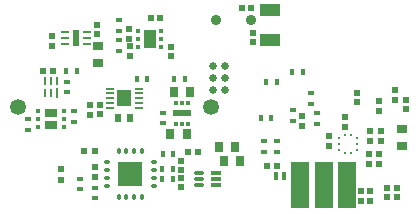
<source format=gbs>
G04*
G04 #@! TF.GenerationSoftware,Altium Limited,Altium Designer,23.6.0 (18)*
G04*
G04 Layer_Color=16711935*
%FSLAX44Y44*%
%MOMM*%
G71*
G04*
G04 #@! TF.SameCoordinates,CC53E28F-54C9-42A3-9587-E9B5384F7771*
G04*
G04*
G04 #@! TF.FilePolarity,Negative*
G04*
G01*
G75*
%ADD23R,0.5200X0.5200*%
%ADD24R,0.5200X0.5200*%
%ADD25R,0.4500X0.7200*%
%ADD26R,0.4500X0.5500*%
%ADD44R,0.6200X0.6200*%
%ADD45R,0.6000X0.5000*%
%ADD47C,0.9000*%
%ADD48C,1.3500*%
%ADD49C,0.6500*%
%ADD62R,0.7000X0.9000*%
%ADD63R,0.8500X0.3000*%
%ADD64R,0.5500X0.4500*%
%ADD65O,0.8500X0.3000*%
%ADD66R,0.9000X0.7000*%
%ADD67R,1.5000X4.0000*%
%ADD68R,0.4200X0.4200*%
%ADD69R,1.0000X0.8000*%
%ADD70R,0.2800X0.8500*%
%ADD71R,0.2800X0.7500*%
%ADD72R,0.5500X0.6500*%
%ADD73O,0.6500X0.3000*%
%ADD74O,0.3000X0.6500*%
%ADD75R,2.1000X2.1000*%
%ADD76R,1.0000X1.6000*%
%ADD77R,0.4500X0.3000*%
%ADD78R,0.3000X0.3000*%
%ADD79R,1.6000X0.6000*%
%ADD80R,1.3000X1.4000*%
%ADD81R,0.6500X0.2000*%
%ADD82R,0.6100X1.4200*%
%ADD83R,0.7000X0.2500*%
%ADD84R,1.8000X1.0000*%
%ADD85R,0.2750X0.2500*%
%ADD86R,0.2750X0.2500*%
D23*
X309500Y252500D02*
D03*
Y244500D02*
D03*
X351245Y182000D02*
D03*
Y174000D02*
D03*
X177250Y259250D02*
D03*
Y251250D02*
D03*
X139100Y249500D02*
D03*
Y241500D02*
D03*
X204000Y255700D02*
D03*
Y247700D02*
D03*
X422500Y113500D02*
D03*
Y121500D02*
D03*
X416500Y194550D02*
D03*
Y186550D02*
D03*
X397800Y202000D02*
D03*
Y194000D02*
D03*
X374100Y156949D02*
D03*
Y164949D02*
D03*
X387145Y181000D02*
D03*
Y173000D02*
D03*
X418000Y161200D02*
D03*
Y169200D02*
D03*
X416219Y141600D02*
D03*
Y149600D02*
D03*
X179610Y183625D02*
D03*
Y191625D02*
D03*
X171068Y183250D02*
D03*
Y191250D02*
D03*
X407649Y141600D02*
D03*
Y149600D02*
D03*
X248500Y129682D02*
D03*
Y121682D02*
D03*
Y136382D02*
D03*
Y144382D02*
D03*
X239676Y240954D02*
D03*
Y232954D02*
D03*
X204850Y241000D02*
D03*
Y233000D02*
D03*
X438900Y195750D02*
D03*
Y187750D02*
D03*
X429250Y203875D02*
D03*
Y195875D02*
D03*
X431100Y113500D02*
D03*
Y121500D02*
D03*
X408750Y161200D02*
D03*
Y169200D02*
D03*
D24*
X299750Y273550D02*
D03*
X307750D02*
D03*
X132000Y220249D02*
D03*
X140000D02*
D03*
X230750Y264750D02*
D03*
X222750D02*
D03*
X254583Y151600D02*
D03*
X262583D02*
D03*
X329662Y139750D02*
D03*
X321662D02*
D03*
X408876Y119000D02*
D03*
X400876D02*
D03*
X408876Y110450D02*
D03*
X400876D02*
D03*
D25*
X335300Y131032D02*
D03*
X328500D02*
D03*
D26*
X342750Y219250D02*
D03*
X351750D02*
D03*
X329399Y211200D02*
D03*
X320399D02*
D03*
X324800Y180400D02*
D03*
X315800D02*
D03*
X151500Y220250D02*
D03*
X160500D02*
D03*
X241750Y136982D02*
D03*
X232750D02*
D03*
X241750Y128782D02*
D03*
X232750D02*
D03*
X233000Y149750D02*
D03*
X242000D02*
D03*
X251754Y213250D02*
D03*
X242754D02*
D03*
X219908D02*
D03*
X210908D02*
D03*
D44*
X175249Y152782D02*
D03*
X166248D02*
D03*
D45*
X147000Y128200D02*
D03*
Y137200D02*
D03*
X175500Y130250D02*
D03*
Y139250D02*
D03*
D47*
X278100Y263398D02*
D03*
X308100D02*
D03*
D48*
X110400Y190000D02*
D03*
X273600D02*
D03*
D49*
X275800Y204500D02*
D03*
Y224500D02*
D03*
Y214500D02*
D03*
X285800D02*
D03*
Y224500D02*
D03*
Y204500D02*
D03*
D62*
X298800Y143900D02*
D03*
X284800D02*
D03*
X294200Y155950D02*
D03*
X280200D02*
D03*
X242254Y202750D02*
D03*
X256254D02*
D03*
X239250Y166550D02*
D03*
X253250D02*
D03*
D63*
X277800Y128800D02*
D03*
Y133800D02*
D03*
Y123800D02*
D03*
D64*
X318800Y160750D02*
D03*
Y151750D02*
D03*
X329550Y160750D02*
D03*
Y151750D02*
D03*
X342926Y178000D02*
D03*
Y187000D02*
D03*
X119000Y170249D02*
D03*
Y179249D02*
D03*
X157750Y186249D02*
D03*
Y177249D02*
D03*
X152250Y202249D02*
D03*
Y211249D02*
D03*
X162700Y120200D02*
D03*
Y129200D02*
D03*
X175500Y112559D02*
D03*
Y121559D02*
D03*
X358267Y192650D02*
D03*
Y201650D02*
D03*
X363660Y175740D02*
D03*
Y184740D02*
D03*
X195700Y246250D02*
D03*
Y237250D02*
D03*
Y263000D02*
D03*
Y254000D02*
D03*
X233256Y184840D02*
D03*
Y175840D02*
D03*
D65*
X263800Y133800D02*
D03*
Y128800D02*
D03*
Y123800D02*
D03*
D66*
X435220Y156900D02*
D03*
Y170900D02*
D03*
X178000Y227216D02*
D03*
Y241216D02*
D03*
D67*
X369250Y123500D02*
D03*
X349250D02*
D03*
X389250D02*
D03*
D68*
X149750Y179750D02*
D03*
Y173250D02*
D03*
Y186250D02*
D03*
X127250D02*
D03*
Y173250D02*
D03*
Y179750D02*
D03*
D69*
X138500Y174750D02*
D03*
Y184750D02*
D03*
D70*
X143500Y201749D02*
D03*
D71*
X138500Y201249D02*
D03*
X133500D02*
D03*
X143500Y211749D02*
D03*
X138500D02*
D03*
X133500D02*
D03*
D72*
X205250Y180550D02*
D03*
X195250D02*
D03*
D73*
X185749Y142782D02*
D03*
Y136282D02*
D03*
Y129782D02*
D03*
Y123282D02*
D03*
X225249D02*
D03*
Y129782D02*
D03*
Y136282D02*
D03*
Y142782D02*
D03*
D74*
X195749Y113282D02*
D03*
X202248D02*
D03*
X208748D02*
D03*
X215249D02*
D03*
Y152782D02*
D03*
X208748D02*
D03*
X202248D02*
D03*
X195749D02*
D03*
D75*
X205499Y133032D02*
D03*
D76*
X222052Y247454D02*
D03*
D77*
X231802Y253954D02*
D03*
Y247454D02*
D03*
Y240954D02*
D03*
X212302Y253954D02*
D03*
Y247454D02*
D03*
Y240954D02*
D03*
D78*
X244254Y193372D02*
D03*
X249254D02*
D03*
X254254D02*
D03*
X244254Y175772D02*
D03*
X249254D02*
D03*
X254254D02*
D03*
D79*
X249254Y184572D02*
D03*
D80*
X200250Y197250D02*
D03*
D81*
X188000Y189250D02*
D03*
Y193250D02*
D03*
Y197250D02*
D03*
Y201250D02*
D03*
Y205250D02*
D03*
X212500Y189250D02*
D03*
Y193250D02*
D03*
Y197250D02*
D03*
Y201250D02*
D03*
Y205250D02*
D03*
D82*
X159300Y248000D02*
D03*
D83*
X168550Y253000D02*
D03*
Y248000D02*
D03*
Y243000D02*
D03*
X150050Y253000D02*
D03*
Y248000D02*
D03*
Y243000D02*
D03*
D84*
X324000Y271500D02*
D03*
Y246500D02*
D03*
D85*
X387145Y166379D02*
D03*
X392145D02*
D03*
Y151124D02*
D03*
X387145D02*
D03*
D86*
X397275Y163749D02*
D03*
Y158749D02*
D03*
Y153749D02*
D03*
X382020D02*
D03*
Y158749D02*
D03*
Y163749D02*
D03*
M02*

</source>
